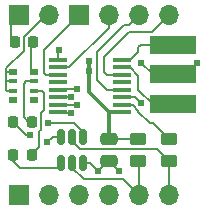
<source format=gbr>
%TF.GenerationSoftware,KiCad,Pcbnew,(6.0.5-0)*%
%TF.CreationDate,2022-08-13T19:22:48-07:00*%
%TF.ProjectId,max3100-uart-adpt,6d617833-3130-4302-9d75-6172742d6164,P1.1*%
%TF.SameCoordinates,PX6b4f310PY74ffa90*%
%TF.FileFunction,Copper,L2,Bot*%
%TF.FilePolarity,Positive*%
%FSLAX46Y46*%
G04 Gerber Fmt 4.6, Leading zero omitted, Abs format (unit mm)*
G04 Created by KiCad (PCBNEW (6.0.5-0)) date 2022-08-13 19:22:48*
%MOMM*%
%LPD*%
G01*
G04 APERTURE LIST*
G04 Aperture macros list*
%AMRoundRect*
0 Rectangle with rounded corners*
0 $1 Rounding radius*
0 $2 $3 $4 $5 $6 $7 $8 $9 X,Y pos of 4 corners*
0 Add a 4 corners polygon primitive as box body*
4,1,4,$2,$3,$4,$5,$6,$7,$8,$9,$2,$3,0*
0 Add four circle primitives for the rounded corners*
1,1,$1+$1,$2,$3*
1,1,$1+$1,$4,$5*
1,1,$1+$1,$6,$7*
1,1,$1+$1,$8,$9*
0 Add four rect primitives between the rounded corners*
20,1,$1+$1,$2,$3,$4,$5,0*
20,1,$1+$1,$4,$5,$6,$7,0*
20,1,$1+$1,$6,$7,$8,$9,0*
20,1,$1+$1,$8,$9,$2,$3,0*%
G04 Aperture macros list end*
%TA.AperFunction,SMDPad,CuDef*%
%ADD10RoundRect,0.150000X-0.150000X0.512500X-0.150000X-0.512500X0.150000X-0.512500X0.150000X0.512500X0*%
%TD*%
%TA.AperFunction,SMDPad,CuDef*%
%ADD11RoundRect,0.250000X0.450000X-0.262500X0.450000X0.262500X-0.450000X0.262500X-0.450000X-0.262500X0*%
%TD*%
%TA.AperFunction,SMDPad,CuDef*%
%ADD12RoundRect,0.250000X-0.450000X0.262500X-0.450000X-0.262500X0.450000X-0.262500X0.450000X0.262500X0*%
%TD*%
%TA.AperFunction,SMDPad,CuDef*%
%ADD13R,4.000000X1.500000*%
%TD*%
%TA.AperFunction,SMDPad,CuDef*%
%ADD14R,0.800000X0.500000*%
%TD*%
%TA.AperFunction,SMDPad,CuDef*%
%ADD15R,0.800000X0.400000*%
%TD*%
%TA.AperFunction,ComponentPad*%
%ADD16R,1.700000X1.700000*%
%TD*%
%TA.AperFunction,ComponentPad*%
%ADD17O,1.700000X1.700000*%
%TD*%
%TA.AperFunction,SMDPad,CuDef*%
%ADD18R,1.550000X0.435000*%
%TD*%
%TA.AperFunction,SMDPad,CuDef*%
%ADD19RoundRect,0.218750X-0.218750X-0.256250X0.218750X-0.256250X0.218750X0.256250X-0.218750X0.256250X0*%
%TD*%
%TA.AperFunction,SMDPad,CuDef*%
%ADD20RoundRect,0.250000X-0.475000X0.250000X-0.475000X-0.250000X0.475000X-0.250000X0.475000X0.250000X0*%
%TD*%
%TA.AperFunction,ViaPad*%
%ADD21C,0.609600*%
%TD*%
%TA.AperFunction,Conductor*%
%ADD22C,0.203200*%
%TD*%
%TA.AperFunction,Conductor*%
%ADD23C,0.304800*%
%TD*%
G04 APERTURE END LIST*
D10*
%TO.P,Q1,1,S*%
%TO.N,GND*%
X48528000Y34919500D03*
%TO.P,Q1,2,G*%
%TO.N,/UART_TXD*%
X49478000Y34919500D03*
%TO.P,Q1,3,D*%
%TO.N,/UART_RXD_K*%
X50428000Y34919500D03*
%TO.P,Q1,4,S*%
%TO.N,GND*%
X50428000Y32644500D03*
%TO.P,Q1,5,G*%
%TO.N,/UART_RXD*%
X49478000Y32644500D03*
%TO.P,Q1,6,D*%
%TO.N,/UART_TXD_K*%
X48528000Y32644500D03*
%TD*%
D11*
%TO.P,R2,1*%
%TO.N,/UART_TXD*%
X57678000Y32869500D03*
%TO.P,R2,2*%
%TO.N,/UART_TXD_R*%
X57678000Y34694500D03*
%TD*%
D12*
%TO.P,R1,1*%
%TO.N,+3V3*%
X55078000Y34694500D03*
%TO.P,R1,2*%
%TO.N,/UART_RXD*%
X55078000Y32869500D03*
%TD*%
D13*
%TO.P,Y1,3,3*%
%TO.N,/IC1_X2*%
X57978000Y42682000D03*
%TO.P,Y1,2,2*%
%TO.N,GND*%
X57978000Y40182000D03*
%TO.P,Y1,1,1*%
%TO.N,/IC1_X1*%
X57978000Y37682000D03*
%TD*%
D14*
%TO.P,RN1,1,R1.1*%
%TO.N,/P3V3_A*%
X46278000Y40382000D03*
D15*
%TO.P,RN1,2,R1.1*%
%TO.N,/UART_RXD_A*%
X46278000Y39582000D03*
%TO.P,RN1,3,R1.1*%
%TO.N,/UART_TXD_A*%
X46278000Y38782000D03*
D14*
%TO.P,RN1,4,R1.1*%
%TO.N,unconnected-(RN1-Pad4)*%
X46278000Y37982000D03*
%TO.P,RN1,5,R1.2*%
%TO.N,unconnected-(RN1-Pad5)*%
X44478000Y37982000D03*
D15*
%TO.P,RN1,6,R1.2*%
%TO.N,+3V3*%
X44478000Y38782000D03*
%TO.P,RN1,7,R1.2*%
X44478000Y39582000D03*
D14*
%TO.P,RN1,8,R1.2*%
X44478000Y40382000D03*
%TD*%
D16*
%TO.P,J3,1,Pin_1*%
%TO.N,/IC1_IRQ_L*%
X50038000Y45212000D03*
D17*
%TO.P,J3,2,Pin_2*%
%TO.N,/IC1_SHDN_L*%
X52578000Y45212000D03*
%TO.P,J3,3,Pin_3*%
%TO.N,/UART_RTS_L*%
X55118000Y45212000D03*
%TO.P,J3,4,Pin_4*%
%TO.N,/UART_CTS_L*%
X57658000Y45212000D03*
%TD*%
D16*
%TO.P,J2,1,Pin_1*%
%TO.N,/SPI_CS_IC1_L*%
X44958000Y29972000D03*
D17*
%TO.P,J2,2,Pin_2*%
%TO.N,/SPI_SCK*%
X47498000Y29972000D03*
%TO.P,J2,3,Pin_3*%
%TO.N,/SPI_MOSI*%
X50038000Y29972000D03*
%TO.P,J2,4,Pin_4*%
%TO.N,/SPI_MISO*%
X52578000Y29972000D03*
%TO.P,J2,5,Pin_5*%
%TO.N,/UART_RXD*%
X55118000Y29972000D03*
%TO.P,J2,6,Pin_6*%
%TO.N,/UART_TXD*%
X57658000Y29972000D03*
%TD*%
D16*
%TO.P,J1,1,Pin_1*%
%TO.N,GND*%
X44958000Y45212000D03*
D17*
%TO.P,J1,2,Pin_2*%
%TO.N,+3V3*%
X47498000Y45212000D03*
%TD*%
D18*
%TO.P,IC1,1,DIN*%
%TO.N,/SPI_MOSI*%
X48253000Y36960000D03*
%TO.P,IC1,2,DOUT*%
%TO.N,/SPI_MISO*%
X48253000Y37594000D03*
%TO.P,IC1,3,SCLK*%
%TO.N,/SPI_SCK*%
X48253000Y38230000D03*
%TO.P,IC1,4,~{CS}*%
%TO.N,/SPI_CS_IC1_L*%
X48253000Y38864000D03*
%TO.P,IC1,5,N.C._1*%
%TO.N,unconnected-(IC1-Pad5)*%
X48253000Y39500000D03*
%TO.P,IC1,6,~{IRQ}*%
%TO.N,/IC1_IRQ_L*%
X48253000Y40134000D03*
%TO.P,IC1,7,~{SHDN}*%
%TO.N,/IC1_SHDN_L*%
X48253000Y40770000D03*
%TO.P,IC1,8,GND*%
%TO.N,GND*%
X48253000Y41404000D03*
%TO.P,IC1,9,X2*%
%TO.N,/IC1_X2*%
X53703000Y41404000D03*
%TO.P,IC1,10,X1*%
%TO.N,/IC1_X1*%
X53703000Y40770000D03*
%TO.P,IC1,11,~{CTS}*%
%TO.N,/UART_CTS_L*%
X53703000Y40134000D03*
%TO.P,IC1,12,N.C._2*%
%TO.N,unconnected-(IC1-Pad12)*%
X53703000Y39500000D03*
%TO.P,IC1,13,~{RTS}*%
%TO.N,/UART_RTS_L*%
X53703000Y38864000D03*
%TO.P,IC1,14,RX*%
%TO.N,/UART_RXD*%
X53703000Y38230000D03*
%TO.P,IC1,15,TX*%
%TO.N,/UART_TXD_R*%
X53703000Y37594000D03*
%TO.P,IC1,16,VCC*%
%TO.N,+3V3*%
X53703000Y36960000D03*
%TD*%
D19*
%TO.P,D3,2,A*%
%TO.N,/P3V3_A*%
X46165500Y42882000D03*
%TO.P,D3,1,K*%
%TO.N,GND*%
X44590500Y42882000D03*
%TD*%
%TO.P,D2,1,K*%
%TO.N,/UART_TXD_K*%
X44490500Y33382000D03*
%TO.P,D2,2,A*%
%TO.N,/UART_TXD_A*%
X46065500Y33382000D03*
%TD*%
%TO.P,D1,2,A*%
%TO.N,/UART_RXD_A*%
X46065500Y36182000D03*
%TO.P,D1,1,K*%
%TO.N,/UART_RXD_K*%
X44490500Y36182000D03*
%TD*%
D20*
%TO.P,C1,2*%
%TO.N,GND*%
X52578000Y32832000D03*
%TO.P,C1,1*%
%TO.N,+3V3*%
X52578000Y34732000D03*
%TD*%
D21*
%TO.N,/SPI_CS_IC1_L*%
X49878000Y38982000D03*
%TO.N,/SPI_SCK*%
X49376606Y38277675D03*
%TO.N,GND*%
X47378000Y34482000D03*
%TO.N,/UART_RXD_K*%
X45878000Y35082000D03*
X47416420Y36082000D03*
%TO.N,+3V3*%
X50878000Y40482000D03*
X50878000Y41282000D03*
%TO.N,GND*%
X53478000Y31982000D03*
%TO.N,/UART_RXD*%
X55278000Y37782000D03*
%TO.N,GND*%
X48378000Y42282000D03*
X51678000Y31982000D03*
%TO.N,/SPI_MISO*%
X49878000Y37582000D03*
%TO.N,/SPI_MOSI*%
X49387100Y36882000D03*
%TO.N,GND*%
X60078000Y41182000D03*
X55278000Y41182000D03*
%TD*%
D22*
%TO.N,/UART_RXD_A*%
X45765500Y36182000D02*
X45371750Y36575750D01*
X45371750Y36575750D02*
X45371750Y39384372D01*
X45371750Y39384372D02*
X45569378Y39582000D01*
X45569378Y39582000D02*
X46278000Y39582000D01*
%TO.N,/UART_RXD_K*%
X49620505Y36082000D02*
X47416420Y36082000D01*
%TO.N,/UART_TXD_A*%
X47078000Y37182000D02*
X47078000Y38585200D01*
%TO.N,/UART_RXD_K*%
X50428000Y34919500D02*
X50428000Y35274505D01*
X50428000Y35274505D02*
X49620505Y36082000D01*
%TO.N,/UART_TXD_A*%
X46065500Y33382000D02*
X46678000Y33994500D01*
X46678000Y33994500D02*
X46678000Y35382000D01*
X46678000Y35382000D02*
X46807320Y35511320D01*
X46807320Y35511320D02*
X46807320Y36911320D01*
X46807320Y36911320D02*
X47078000Y37182000D01*
X47078000Y38585200D02*
X46881200Y38782000D01*
X46881200Y38782000D02*
X46278000Y38782000D01*
%TO.N,/SPI_CS_IC1_L*%
X48367189Y38978189D02*
X48253000Y38864000D01*
X49878000Y38982000D02*
X49874189Y38978189D01*
X49874189Y38978189D02*
X48367189Y38978189D01*
%TO.N,/SPI_MOSI*%
X48031000Y36882000D02*
X49387100Y36882000D01*
X47953000Y36960000D02*
X48031000Y36882000D01*
%TO.N,/SPI_SCK*%
X49376606Y38277675D02*
X48300675Y38277675D01*
X48300675Y38277675D02*
X48253000Y38230000D01*
%TO.N,/UART_RXD*%
X49478000Y32644500D02*
X49478000Y32289495D01*
X49478000Y32289495D02*
X50485495Y31282000D01*
X50485495Y31282000D02*
X53808000Y31282000D01*
X53808000Y31282000D02*
X55118000Y29972000D01*
%TO.N,GND*%
X51015500Y32644500D02*
X51678000Y31982000D01*
X50428000Y32644500D02*
X51015500Y32644500D01*
X48528000Y34919500D02*
X47815500Y34919500D01*
X47815500Y34919500D02*
X47378000Y34482000D01*
%TO.N,/UART_RXD_K*%
X45878000Y35082000D02*
X45590500Y35082000D01*
X45590500Y35082000D02*
X44490500Y36182000D01*
%TO.N,/UART_TXD*%
X49478000Y34919500D02*
X49478000Y35274505D01*
X57678000Y32869500D02*
X56669820Y33877680D01*
X49478000Y34564495D02*
X49478000Y34919500D01*
X56669820Y33877680D02*
X50164815Y33877680D01*
X50164815Y33877680D02*
X49478000Y34564495D01*
%TO.N,+3V3*%
X55078000Y34694500D02*
X52615500Y34694500D01*
X52615500Y34694500D02*
X52578000Y34732000D01*
D23*
X52623200Y36960000D02*
X52623200Y34777200D01*
X52623200Y34777200D02*
X52578000Y34732000D01*
X53703000Y36960000D02*
X52623200Y36960000D01*
X52623200Y36960000D02*
X50878000Y38705200D01*
X50878000Y38705200D02*
X50878000Y41282000D01*
D22*
%TO.N,GND*%
X52578000Y32832000D02*
X52628000Y32832000D01*
X52628000Y32832000D02*
X53478000Y31982000D01*
%TO.N,/UART_TXD_R*%
X55078000Y36982000D02*
X56028000Y36032000D01*
X57678000Y34694500D02*
X56340500Y36032000D01*
X56340500Y36032000D02*
X56028000Y36032000D01*
X54604600Y37594000D02*
X55078000Y37120600D01*
X55078000Y37120600D02*
X55078000Y36982000D01*
X53703000Y37594000D02*
X54604600Y37594000D01*
%TO.N,/UART_RXD*%
X55278000Y37782000D02*
X54830000Y38230000D01*
X54830000Y38230000D02*
X53703000Y38230000D01*
X55118000Y29972000D02*
X55118000Y32829500D01*
X55118000Y32829500D02*
X55078000Y32869500D01*
%TO.N,/UART_TXD*%
X57658000Y29972000D02*
X57658000Y32849500D01*
X57658000Y32849500D02*
X57678000Y32869500D01*
%TO.N,/UART_CTS_L*%
X52177400Y40381400D02*
X52424800Y40134000D01*
X54256134Y43776090D02*
X52170022Y41689978D01*
X52177400Y40381400D02*
X52177400Y41682600D01*
X52177400Y41682600D02*
X52170022Y41689978D01*
%TO.N,/UART_RTS_L*%
X53403000Y38864000D02*
X52424800Y38864000D01*
X54283000Y44377000D02*
X55118000Y45212000D01*
X52424800Y38864000D02*
X51578000Y39710800D01*
X51578000Y39710800D02*
X51578000Y42082000D01*
X51578000Y42082000D02*
X53873000Y44377000D01*
X53873000Y44377000D02*
X54283000Y44377000D01*
%TO.N,/IC1_SHDN_L*%
X48253000Y40770000D02*
X49231200Y40770000D01*
X49231200Y40770000D02*
X52578000Y44116800D01*
X52578000Y44116800D02*
X52578000Y45212000D01*
%TO.N,/IC1_IRQ_L*%
X48253000Y40134000D02*
X47274800Y40134000D01*
X47274800Y40134000D02*
X47078000Y40330800D01*
X47078000Y42252000D02*
X50038000Y45212000D01*
X47078000Y40330800D02*
X47078000Y42252000D01*
%TO.N,GND*%
X48253000Y41404000D02*
X48253000Y42157000D01*
X48253000Y42157000D02*
X48378000Y42282000D01*
%TO.N,+3V3*%
X43878000Y40382000D02*
X43878000Y40682000D01*
X43878000Y40682000D02*
X45378000Y42182000D01*
X45378000Y43309232D02*
X47280768Y45212000D01*
X45378000Y42182000D02*
X45378000Y43309232D01*
X47280768Y45212000D02*
X47498000Y45212000D01*
X43878000Y39582000D02*
X43878000Y40382000D01*
X44478000Y40382000D02*
X43878000Y40382000D01*
X44478000Y38782000D02*
X43978000Y38782000D01*
X43978000Y38782000D02*
X43878000Y38882000D01*
X43878000Y39582000D02*
X44478000Y39582000D01*
X43878000Y38882000D02*
X43878000Y39582000D01*
%TO.N,/UART_TXD_K*%
X44490500Y33382000D02*
X44490500Y32869500D01*
X44490500Y32869500D02*
X45078000Y32282000D01*
X45078000Y32282000D02*
X48165500Y32282000D01*
X48165500Y32282000D02*
X48528000Y32644500D01*
X44190500Y33382000D02*
X44190500Y33269500D01*
%TO.N,GND*%
X52578000Y32832000D02*
X52528000Y32832000D01*
X52528000Y32832000D02*
X51678000Y31982000D01*
%TO.N,/SPI_MISO*%
X49878000Y37582000D02*
X47965000Y37582000D01*
X47965000Y37582000D02*
X47953000Y37594000D01*
%TO.N,GND*%
X44958000Y45212000D02*
X44278000Y44532000D01*
X44278000Y44532000D02*
X44278000Y42894500D01*
X44278000Y42894500D02*
X44290500Y42882000D01*
%TO.N,/P3V3_A*%
X45978000Y40382000D02*
X45978000Y42769500D01*
X45978000Y42769500D02*
X45865500Y42882000D01*
%TO.N,/UART_CTS_L*%
X52424800Y40134000D02*
X53403000Y40134000D01*
X57658000Y45212000D02*
X56222090Y43776090D01*
X56222090Y43776090D02*
X54256134Y43776090D01*
%TO.N,GND*%
X57678000Y40182000D02*
X59078000Y40182000D01*
X59078000Y40182000D02*
X60078000Y41182000D01*
X57678000Y40182000D02*
X56278000Y40182000D01*
X56278000Y40182000D02*
X55278000Y41182000D01*
%TO.N,/IC1_X2*%
X53403000Y41404000D02*
X54400000Y41404000D01*
X55078000Y42082000D02*
X55078000Y42482000D01*
X54400000Y41404000D02*
X55078000Y42082000D01*
X55278000Y42682000D02*
X57678000Y42682000D01*
X55078000Y42482000D02*
X55278000Y42682000D01*
%TO.N,/IC1_X1*%
X53403000Y40770000D02*
X54381200Y40770000D01*
X54381200Y40770000D02*
X55078000Y40073200D01*
X55078000Y40073200D02*
X55078000Y38882000D01*
X55078000Y38882000D02*
X56278000Y37682000D01*
X56278000Y37682000D02*
X57678000Y37682000D01*
%TD*%
M02*

</source>
